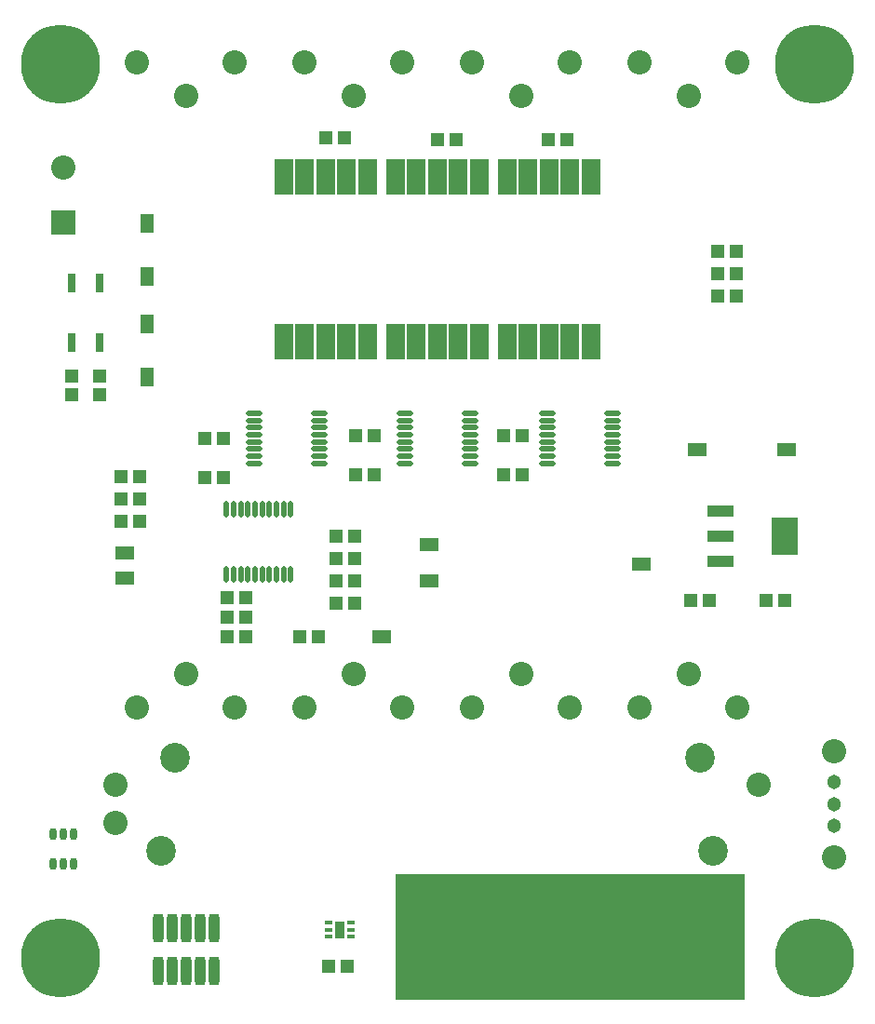
<source format=gts>
G04*
G04 #@! TF.GenerationSoftware,Altium Limited,Altium Designer,19.1.8 (144)*
G04*
G04 Layer_Color=8388736*
%FSLAX25Y25*%
%MOIN*%
G70*
G01*
G75*
%ADD24O,0.02762X0.04337*%
%ADD25R,0.09265X0.13398*%
%ADD26R,0.09265X0.04343*%
%ADD27R,0.03543X0.06299*%
%ADD28R,0.02756X0.01575*%
%ADD29O,0.01870X0.05906*%
%ADD30R,0.03162X0.06863*%
%ADD31O,0.05906X0.01870*%
%ADD32R,0.07099X0.04737*%
%ADD33R,0.04737X0.07099*%
%ADD34R,0.04540X0.04540*%
%ADD35R,0.04540X0.04540*%
%ADD36R,0.06706X0.12611*%
G04:AMPARAMS|DCode=37|XSize=37.92mil|YSize=102.49mil|CornerRadius=11.48mil|HoleSize=0mil|Usage=FLASHONLY|Rotation=180.000|XOffset=0mil|YOffset=0mil|HoleType=Round|Shape=RoundedRectangle|*
%AMROUNDEDRECTD37*
21,1,0.03792,0.07953,0,0,180.0*
21,1,0.01496,0.10249,0,0,180.0*
1,1,0.02296,-0.00748,0.03976*
1,1,0.02296,0.00748,0.03976*
1,1,0.02296,0.00748,-0.03976*
1,1,0.02296,-0.00748,-0.03976*
%
%ADD37ROUNDEDRECTD37*%
%ADD38C,0.05131*%
%ADD39C,0.08674*%
%ADD40C,0.10642*%
%ADD41C,0.28359*%
%ADD42R,0.08674X0.08674*%
G36*
X360000Y100000D02*
X235000D01*
Y145000D01*
X360000D01*
Y100000D01*
D02*
G37*
D24*
X119740Y159315D02*
D03*
X116000D02*
D03*
X112260D02*
D03*
X119740Y148685D02*
D03*
X116000D02*
D03*
X112260D02*
D03*
D25*
X374516Y266000D02*
D03*
D26*
X351484Y256945D02*
D03*
Y266000D02*
D03*
Y275055D02*
D03*
D27*
X215000Y125000D02*
D03*
D28*
X218917Y122441D02*
D03*
Y125000D02*
D03*
Y127559D02*
D03*
X211083Y122441D02*
D03*
Y125000D02*
D03*
Y127559D02*
D03*
D29*
X174484Y252386D02*
D03*
X177043D02*
D03*
X179602D02*
D03*
X182161D02*
D03*
X184721D02*
D03*
X187279D02*
D03*
X189839D02*
D03*
X192398D02*
D03*
X194957D02*
D03*
X197516D02*
D03*
X174484Y275614D02*
D03*
X177043D02*
D03*
X179602D02*
D03*
X182161D02*
D03*
X184721D02*
D03*
X187279D02*
D03*
X189839D02*
D03*
X192398D02*
D03*
X194957D02*
D03*
X197516D02*
D03*
D30*
X119000Y335390D02*
D03*
Y356610D02*
D03*
X129000Y335390D02*
D03*
Y356610D02*
D03*
D31*
X289386Y309957D02*
D03*
Y307398D02*
D03*
Y304839D02*
D03*
Y302279D02*
D03*
Y299721D02*
D03*
Y297161D02*
D03*
Y294602D02*
D03*
Y292043D02*
D03*
X312614Y309957D02*
D03*
Y307398D02*
D03*
Y304839D02*
D03*
Y302279D02*
D03*
Y299721D02*
D03*
Y297161D02*
D03*
Y294602D02*
D03*
Y292043D02*
D03*
X238386Y309957D02*
D03*
Y307398D02*
D03*
Y304839D02*
D03*
Y302279D02*
D03*
Y299721D02*
D03*
Y297161D02*
D03*
Y294602D02*
D03*
Y292043D02*
D03*
X261614Y309957D02*
D03*
Y307398D02*
D03*
Y304839D02*
D03*
Y302279D02*
D03*
Y299721D02*
D03*
Y297161D02*
D03*
Y294602D02*
D03*
Y292043D02*
D03*
X184386Y309957D02*
D03*
Y307398D02*
D03*
Y304839D02*
D03*
Y302279D02*
D03*
Y299721D02*
D03*
Y297161D02*
D03*
Y294602D02*
D03*
Y292043D02*
D03*
X207614Y309957D02*
D03*
Y307398D02*
D03*
Y304839D02*
D03*
Y302279D02*
D03*
Y299721D02*
D03*
Y297161D02*
D03*
Y294602D02*
D03*
Y292043D02*
D03*
D32*
X247000Y250000D02*
D03*
X375000Y297000D02*
D03*
X323000Y256000D02*
D03*
X138000Y260000D02*
D03*
Y251000D02*
D03*
X230000Y230000D02*
D03*
X343000Y297000D02*
D03*
X247000Y263000D02*
D03*
D33*
X146000Y323000D02*
D03*
Y359000D02*
D03*
Y378000D02*
D03*
Y342000D02*
D03*
D34*
X213653Y250000D02*
D03*
X220346D02*
D03*
Y258000D02*
D03*
X213653D02*
D03*
Y266000D02*
D03*
X220346D02*
D03*
X136653Y287425D02*
D03*
X143347D02*
D03*
Y279425D02*
D03*
X136653D02*
D03*
X143347Y271425D02*
D03*
X136653D02*
D03*
X350228Y352000D02*
D03*
X356921D02*
D03*
X357134Y360000D02*
D03*
X350441D02*
D03*
X280346Y302000D02*
D03*
X273654D02*
D03*
X227346D02*
D03*
X220654D02*
D03*
X173346Y301000D02*
D03*
X166654D02*
D03*
X350441Y368000D02*
D03*
X357134D02*
D03*
X213653Y242000D02*
D03*
X220346D02*
D03*
X367653Y243000D02*
D03*
X374346D02*
D03*
X340653D02*
D03*
X347346D02*
D03*
X174653Y244000D02*
D03*
X181346D02*
D03*
X174653Y237000D02*
D03*
X181346D02*
D03*
X211154Y112000D02*
D03*
X217846D02*
D03*
X181346Y230000D02*
D03*
X174653D02*
D03*
X207347D02*
D03*
X200654D02*
D03*
X296346Y408000D02*
D03*
X289653D02*
D03*
X256846D02*
D03*
X250153D02*
D03*
X216846Y408500D02*
D03*
X210154D02*
D03*
X273654Y288000D02*
D03*
X280346D02*
D03*
X220654D02*
D03*
X227346D02*
D03*
X166654Y287000D02*
D03*
X173346D02*
D03*
D35*
X129000Y323346D02*
D03*
Y316653D02*
D03*
X119000D02*
D03*
Y323346D02*
D03*
D36*
X290000Y335472D02*
D03*
Y394528D02*
D03*
X297480D02*
D03*
Y335472D02*
D03*
X282520Y394528D02*
D03*
Y335472D02*
D03*
X304961Y394528D02*
D03*
Y335472D02*
D03*
X275039Y394528D02*
D03*
Y335472D02*
D03*
X250000D02*
D03*
Y394528D02*
D03*
X257480D02*
D03*
Y335472D02*
D03*
X242520Y394528D02*
D03*
Y335472D02*
D03*
X264961Y394528D02*
D03*
Y335472D02*
D03*
X235039Y394528D02*
D03*
Y335472D02*
D03*
X210000D02*
D03*
Y394528D02*
D03*
X217480D02*
D03*
Y335472D02*
D03*
X202520Y394528D02*
D03*
Y335472D02*
D03*
X224961Y394528D02*
D03*
Y335472D02*
D03*
X195039Y394528D02*
D03*
Y335472D02*
D03*
D37*
X150000Y110323D02*
D03*
X155000D02*
D03*
X160000D02*
D03*
X165000D02*
D03*
X170000D02*
D03*
X150000Y125677D02*
D03*
X155000D02*
D03*
X160000D02*
D03*
X165000D02*
D03*
X170000D02*
D03*
D38*
X392000Y162126D02*
D03*
Y177874D02*
D03*
Y170000D02*
D03*
D39*
Y150906D02*
D03*
Y189094D02*
D03*
X365158Y176890D02*
D03*
X134843Y163110D02*
D03*
Y176890D02*
D03*
X116000Y398000D02*
D03*
X142500Y204488D02*
D03*
X177500Y435512D02*
D03*
X142500D02*
D03*
X177500Y204488D02*
D03*
X160000Y216496D02*
D03*
Y423504D02*
D03*
X237500Y435512D02*
D03*
X202500Y204488D02*
D03*
X237500D02*
D03*
X202500Y435512D02*
D03*
X220000Y423504D02*
D03*
Y216496D02*
D03*
X262500Y204488D02*
D03*
X297500Y435512D02*
D03*
X262500D02*
D03*
X297500Y204488D02*
D03*
X280000Y216496D02*
D03*
Y423504D02*
D03*
X357500Y435512D02*
D03*
X322500Y204488D02*
D03*
X357500D02*
D03*
X322500Y435512D02*
D03*
X340000Y423504D02*
D03*
Y216496D02*
D03*
D40*
X348819Y153268D02*
D03*
X151181D02*
D03*
X155905Y186732D02*
D03*
X344094D02*
D03*
D41*
X385000Y115000D02*
D03*
X115000D02*
D03*
Y435000D02*
D03*
X385000D02*
D03*
D42*
X116000Y378315D02*
D03*
M02*

</source>
